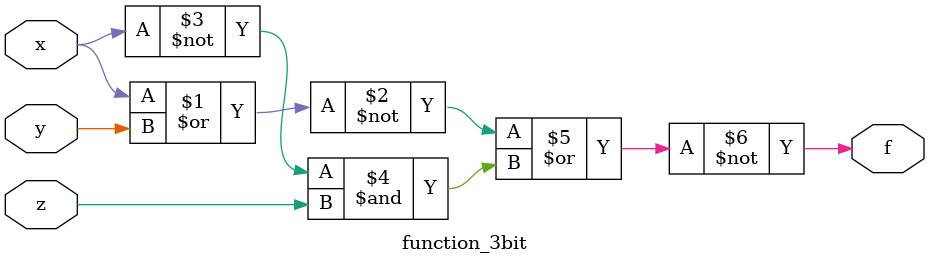
<source format=v>
`timescale 1ns / 1ps


module function_3bit(input x,y,z,output f);
assign f=~(~(x|y)|~x&z);
endmodule

</source>
